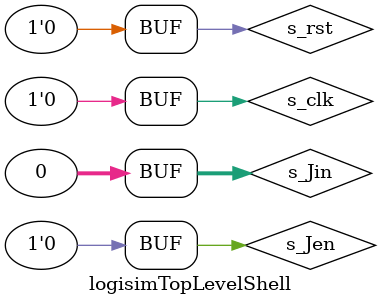
<source format=v>
/******************************************************************************
 ** Logisim-evolution goes FPGA automatic generated Verilog code             **
 ** https://github.com/logisim-evolution/                                    **
 **                                                                          **
 ** Component : logisimTopLevelShell                                         **
 **                                                                          **
 *****************************************************************************/

module logisimTopLevelShell(  );

   /*******************************************************************************
   ** The wires are defined here                                                 **
   *******************************************************************************/
   wire        s_InstDone;
   wire        s_Jen;
   wire [31:0] s_Jin;
   wire [31:0] s_Jout;
   wire [31:0] s_R1;
   wire [31:0] s_R10;
   wire [31:0] s_R11;
   wire [31:0] s_R12;
   wire [31:0] s_R13;
   wire [31:0] s_R14;
   wire [31:0] s_R15;
   wire [31:0] s_R16;
   wire [31:0] s_R17;
   wire [31:0] s_R18;
   wire [31:0] s_R19;
   wire [31:0] s_R2;
   wire [31:0] s_R20;
   wire [31:0] s_R21;
   wire [31:0] s_R22;
   wire [31:0] s_R23;
   wire [31:0] s_R24;
   wire [31:0] s_R25;
   wire [31:0] s_R26;
   wire [31:0] s_R27;
   wire [31:0] s_R28;
   wire [31:0] s_R29;
   wire [31:0] s_R3;
   wire [31:0] s_R30;
   wire [31:0] s_R31;
   wire [31:0] s_R4;
   wire [31:0] s_R5;
   wire [31:0] s_R6;
   wire [31:0] s_R7;
   wire [31:0] s_R8;
   wire [31:0] s_R9;
   wire        s_clk;
   wire [8:0]  s_link;
   wire [8:0]  s_pco;
   wire        s_rst;

   /*******************************************************************************
   ** The module functionality is described here                                 **
   *******************************************************************************/

   /*******************************************************************************
   ** All signal adaptations are performed here                                  **
   *******************************************************************************/
   assign s_Jen     = 1'b0;
   assign s_Jin[0]  = 1'b0;
   assign s_Jin[10] = 1'b0;
   assign s_Jin[11] = 1'b0;
   assign s_Jin[12] = 1'b0;
   assign s_Jin[13] = 1'b0;
   assign s_Jin[14] = 1'b0;
   assign s_Jin[15] = 1'b0;
   assign s_Jin[16] = 1'b0;
   assign s_Jin[17] = 1'b0;
   assign s_Jin[18] = 1'b0;
   assign s_Jin[19] = 1'b0;
   assign s_Jin[1]  = 1'b0;
   assign s_Jin[20] = 1'b0;
   assign s_Jin[21] = 1'b0;
   assign s_Jin[22] = 1'b0;
   assign s_Jin[23] = 1'b0;
   assign s_Jin[24] = 1'b0;
   assign s_Jin[25] = 1'b0;
   assign s_Jin[26] = 1'b0;
   assign s_Jin[27] = 1'b0;
   assign s_Jin[28] = 1'b0;
   assign s_Jin[29] = 1'b0;
   assign s_Jin[2]  = 1'b0;
   assign s_Jin[30] = 1'b0;
   assign s_Jin[31] = 1'b0;
   assign s_Jin[3]  = 1'b0;
   assign s_Jin[4]  = 1'b0;
   assign s_Jin[5]  = 1'b0;
   assign s_Jin[6]  = 1'b0;
   assign s_Jin[7]  = 1'b0;
   assign s_Jin[8]  = 1'b0;
   assign s_Jin[9]  = 1'b0;
   assign s_clk     = 1'b0;
   assign s_rst     = 1'b0;

   /*******************************************************************************
   ** The toplevel component is connected here                                   **
   *******************************************************************************/
   main   CIRCUIT_0 (.InstDone(s_InstDone),
                     .Jen(s_Jen),
                     .Jin(s_Jin),
                     .Jout(s_Jout),
                     .R1(s_R1),
                     .R10(s_R10),
                     .R11(s_R11),
                     .R12(s_R12),
                     .R13(s_R13),
                     .R14(s_R14),
                     .R15(s_R15),
                     .R16(s_R16),
                     .R17(s_R17),
                     .R18(s_R18),
                     .R19(s_R19),
                     .R2(s_R2),
                     .R20(s_R20),
                     .R21(s_R21),
                     .R22(s_R22),
                     .R23(s_R23),
                     .R24(s_R24),
                     .R25(s_R25),
                     .R26(s_R26),
                     .R27(s_R27),
                     .R28(s_R28),
                     .R29(s_R29),
                     .R3(s_R3),
                     .R30(s_R30),
                     .R31(s_R31),
                     .R4(s_R4),
                     .R5(s_R5),
                     .R6(s_R6),
                     .R7(s_R7),
                     .R8(s_R8),
                     .R9(s_R9),
                     .clk(s_clk),
                     .link(s_link),
                     .pco(s_pco),
                     .rst(s_rst));
endmodule

</source>
